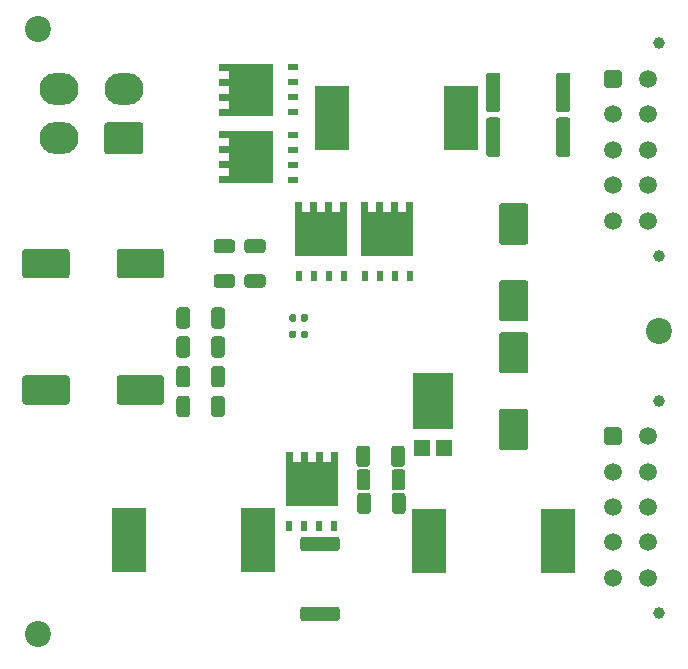
<source format=gbr>
%TF.GenerationSoftware,KiCad,Pcbnew,(5.1.8)-1*%
%TF.CreationDate,2021-10-03T21:30:47+08:00*%
%TF.ProjectId,-18v~18v Dual-Power,2d313876-7e31-4387-9620-4475616c2d50,rev?*%
%TF.SameCoordinates,Original*%
%TF.FileFunction,Soldermask,Bot*%
%TF.FilePolarity,Negative*%
%FSLAX46Y46*%
G04 Gerber Fmt 4.6, Leading zero omitted, Abs format (unit mm)*
G04 Created by KiCad (PCBNEW (5.1.8)-1) date 2021-10-03 21:30:47*
%MOMM*%
%LPD*%
G01*
G04 APERTURE LIST*
%ADD10R,3.360000X4.860000*%
%ADD11R,1.390000X1.400000*%
%ADD12C,0.100000*%
%ADD13R,0.500000X0.850000*%
%ADD14R,0.850000X0.500000*%
%ADD15C,2.200000*%
%ADD16O,3.300000X2.700000*%
%ADD17C,1.500000*%
%ADD18C,1.000000*%
%ADD19R,2.900000X5.400000*%
G04 APERTURE END LIST*
D10*
%TO.C,D3*%
X148300000Y-93174000D03*
D11*
X147380000Y-97156000D03*
X149220000Y-97156000D03*
%TD*%
%TO.C,R17*%
G36*
G01*
X153980000Y-65574999D02*
X153980000Y-68425001D01*
G75*
G02*
X153730001Y-68675000I-249999J0D01*
G01*
X153004999Y-68675000D01*
G75*
G02*
X152755000Y-68425001I0J249999D01*
G01*
X152755000Y-65574999D01*
G75*
G02*
X153004999Y-65325000I249999J0D01*
G01*
X153730001Y-65325000D01*
G75*
G02*
X153980000Y-65574999I0J-249999D01*
G01*
G37*
G36*
G01*
X159905000Y-65574999D02*
X159905000Y-68425001D01*
G75*
G02*
X159655001Y-68675000I-249999J0D01*
G01*
X158929999Y-68675000D01*
G75*
G02*
X158680000Y-68425001I0J249999D01*
G01*
X158680000Y-65574999D01*
G75*
G02*
X158929999Y-65325000I249999J0D01*
G01*
X159655001Y-65325000D01*
G75*
G02*
X159905000Y-65574999I0J-249999D01*
G01*
G37*
%TD*%
D12*
%TO.C,Q5*%
G36*
X142795000Y-76315000D02*
G01*
X142795000Y-77115000D01*
X143465000Y-77115000D01*
X143465000Y-76315000D01*
X144065000Y-76315000D01*
X144065000Y-77115000D01*
X144735000Y-77115000D01*
X144735000Y-76315000D01*
X145335000Y-76315000D01*
X145335000Y-77115000D01*
X146005000Y-77115000D01*
X146005000Y-76315000D01*
X146605000Y-76315000D01*
X146605000Y-80865000D01*
X142195000Y-80865000D01*
X142195000Y-76315000D01*
X142795000Y-76315000D01*
G37*
D13*
X142495000Y-82540000D03*
X143765000Y-82540000D03*
X145035000Y-82540000D03*
X146305000Y-82540000D03*
%TD*%
D12*
%TO.C,Q4*%
G36*
X130175000Y-68405000D02*
G01*
X130975000Y-68405000D01*
X130975000Y-67735000D01*
X130175000Y-67735000D01*
X130175000Y-67135000D01*
X130975000Y-67135000D01*
X130975000Y-66465000D01*
X130175000Y-66465000D01*
X130175000Y-65865000D01*
X130975000Y-65865000D01*
X130975000Y-65195000D01*
X130175000Y-65195000D01*
X130175000Y-64595000D01*
X134725000Y-64595000D01*
X134725000Y-69005000D01*
X130175000Y-69005000D01*
X130175000Y-68405000D01*
G37*
D14*
X136400000Y-68705000D03*
X136400000Y-67435000D03*
X136400000Y-66165000D03*
X136400000Y-64895000D03*
%TD*%
%TO.C,Cx1*%
G36*
G01*
X127700000Y-85449999D02*
X127700000Y-86750001D01*
G75*
G02*
X127450001Y-87000000I-249999J0D01*
G01*
X126799999Y-87000000D01*
G75*
G02*
X126550000Y-86750001I0J249999D01*
G01*
X126550000Y-85449999D01*
G75*
G02*
X126799999Y-85200000I249999J0D01*
G01*
X127450001Y-85200000D01*
G75*
G02*
X127700000Y-85449999I0J-249999D01*
G01*
G37*
G36*
G01*
X130650000Y-85449999D02*
X130650000Y-86750001D01*
G75*
G02*
X130400001Y-87000000I-249999J0D01*
G01*
X129749999Y-87000000D01*
G75*
G02*
X129500000Y-86750001I0J249999D01*
G01*
X129500000Y-85449999D01*
G75*
G02*
X129749999Y-85200000I249999J0D01*
G01*
X130400001Y-85200000D01*
G75*
G02*
X130650000Y-85449999I0J-249999D01*
G01*
G37*
%TD*%
%TO.C,C24*%
G36*
G01*
X129949999Y-82400000D02*
X131250001Y-82400000D01*
G75*
G02*
X131500000Y-82649999I0J-249999D01*
G01*
X131500000Y-83300001D01*
G75*
G02*
X131250001Y-83550000I-249999J0D01*
G01*
X129949999Y-83550000D01*
G75*
G02*
X129700000Y-83300001I0J249999D01*
G01*
X129700000Y-82649999D01*
G75*
G02*
X129949999Y-82400000I249999J0D01*
G01*
G37*
G36*
G01*
X129949999Y-79450000D02*
X131250001Y-79450000D01*
G75*
G02*
X131500000Y-79699999I0J-249999D01*
G01*
X131500000Y-80350001D01*
G75*
G02*
X131250001Y-80600000I-249999J0D01*
G01*
X129949999Y-80600000D01*
G75*
G02*
X129700000Y-80350001I0J249999D01*
G01*
X129700000Y-79699999D01*
G75*
G02*
X129949999Y-79450000I249999J0D01*
G01*
G37*
%TD*%
%TO.C,C22*%
G36*
G01*
X132549999Y-82400000D02*
X133850001Y-82400000D01*
G75*
G02*
X134100000Y-82649999I0J-249999D01*
G01*
X134100000Y-83300001D01*
G75*
G02*
X133850001Y-83550000I-249999J0D01*
G01*
X132549999Y-83550000D01*
G75*
G02*
X132300000Y-83300001I0J249999D01*
G01*
X132300000Y-82649999D01*
G75*
G02*
X132549999Y-82400000I249999J0D01*
G01*
G37*
G36*
G01*
X132549999Y-79450000D02*
X133850001Y-79450000D01*
G75*
G02*
X134100000Y-79699999I0J-249999D01*
G01*
X134100000Y-80350001D01*
G75*
G02*
X133850001Y-80600000I-249999J0D01*
G01*
X132549999Y-80600000D01*
G75*
G02*
X132300000Y-80350001I0J249999D01*
G01*
X132300000Y-79699999D01*
G75*
G02*
X132549999Y-79450000I249999J0D01*
G01*
G37*
%TD*%
%TO.C,C20*%
G36*
G01*
X142965000Y-99149999D02*
X142965000Y-100450001D01*
G75*
G02*
X142715001Y-100700000I-249999J0D01*
G01*
X142064999Y-100700000D01*
G75*
G02*
X141815000Y-100450001I0J249999D01*
G01*
X141815000Y-99149999D01*
G75*
G02*
X142064999Y-98900000I249999J0D01*
G01*
X142715001Y-98900000D01*
G75*
G02*
X142965000Y-99149999I0J-249999D01*
G01*
G37*
G36*
G01*
X145915000Y-99149999D02*
X145915000Y-100450001D01*
G75*
G02*
X145665001Y-100700000I-249999J0D01*
G01*
X145014999Y-100700000D01*
G75*
G02*
X144765000Y-100450001I0J249999D01*
G01*
X144765000Y-99149999D01*
G75*
G02*
X145014999Y-98900000I249999J0D01*
G01*
X145665001Y-98900000D01*
G75*
G02*
X145915000Y-99149999I0J-249999D01*
G01*
G37*
%TD*%
%TO.C,C19*%
G36*
G01*
X143000000Y-101149999D02*
X143000000Y-102450001D01*
G75*
G02*
X142750001Y-102700000I-249999J0D01*
G01*
X142099999Y-102700000D01*
G75*
G02*
X141850000Y-102450001I0J249999D01*
G01*
X141850000Y-101149999D01*
G75*
G02*
X142099999Y-100900000I249999J0D01*
G01*
X142750001Y-100900000D01*
G75*
G02*
X143000000Y-101149999I0J-249999D01*
G01*
G37*
G36*
G01*
X145950000Y-101149999D02*
X145950000Y-102450001D01*
G75*
G02*
X145700001Y-102700000I-249999J0D01*
G01*
X145049999Y-102700000D01*
G75*
G02*
X144800000Y-102450001I0J249999D01*
G01*
X144800000Y-101149999D01*
G75*
G02*
X145049999Y-100900000I249999J0D01*
G01*
X145700001Y-100900000D01*
G75*
G02*
X145950000Y-101149999I0J-249999D01*
G01*
G37*
%TD*%
%TO.C,C18*%
G36*
G01*
X142940000Y-97169999D02*
X142940000Y-98470001D01*
G75*
G02*
X142690001Y-98720000I-249999J0D01*
G01*
X142039999Y-98720000D01*
G75*
G02*
X141790000Y-98470001I0J249999D01*
G01*
X141790000Y-97169999D01*
G75*
G02*
X142039999Y-96920000I249999J0D01*
G01*
X142690001Y-96920000D01*
G75*
G02*
X142940000Y-97169999I0J-249999D01*
G01*
G37*
G36*
G01*
X145890000Y-97169999D02*
X145890000Y-98470001D01*
G75*
G02*
X145640001Y-98720000I-249999J0D01*
G01*
X144989999Y-98720000D01*
G75*
G02*
X144740000Y-98470001I0J249999D01*
G01*
X144740000Y-97169999D01*
G75*
G02*
X144989999Y-96920000I249999J0D01*
G01*
X145640001Y-96920000D01*
G75*
G02*
X145890000Y-97169999I0J-249999D01*
G01*
G37*
%TD*%
%TO.C,C4*%
G36*
G01*
X129500000Y-89205557D02*
X129500000Y-87905555D01*
G75*
G02*
X129749999Y-87655556I249999J0D01*
G01*
X130400001Y-87655556D01*
G75*
G02*
X130650000Y-87905555I0J-249999D01*
G01*
X130650000Y-89205557D01*
G75*
G02*
X130400001Y-89455556I-249999J0D01*
G01*
X129749999Y-89455556D01*
G75*
G02*
X129500000Y-89205557I0J249999D01*
G01*
G37*
G36*
G01*
X126550000Y-89205557D02*
X126550000Y-87905555D01*
G75*
G02*
X126799999Y-87655556I249999J0D01*
G01*
X127450001Y-87655556D01*
G75*
G02*
X127700000Y-87905555I0J-249999D01*
G01*
X127700000Y-89205557D01*
G75*
G02*
X127450001Y-89455556I-249999J0D01*
G01*
X126799999Y-89455556D01*
G75*
G02*
X126550000Y-89205557I0J249999D01*
G01*
G37*
%TD*%
%TO.C,C3*%
G36*
G01*
X129500000Y-91727779D02*
X129500000Y-90427777D01*
G75*
G02*
X129749999Y-90177778I249999J0D01*
G01*
X130400001Y-90177778D01*
G75*
G02*
X130650000Y-90427777I0J-249999D01*
G01*
X130650000Y-91727779D01*
G75*
G02*
X130400001Y-91977778I-249999J0D01*
G01*
X129749999Y-91977778D01*
G75*
G02*
X129500000Y-91727779I0J249999D01*
G01*
G37*
G36*
G01*
X126550000Y-91727779D02*
X126550000Y-90427777D01*
G75*
G02*
X126799999Y-90177778I249999J0D01*
G01*
X127450001Y-90177778D01*
G75*
G02*
X127700000Y-90427777I0J-249999D01*
G01*
X127700000Y-91727779D01*
G75*
G02*
X127450001Y-91977778I-249999J0D01*
G01*
X126799999Y-91977778D01*
G75*
G02*
X126550000Y-91727779I0J249999D01*
G01*
G37*
%TD*%
%TO.C,C2*%
G36*
G01*
X129500000Y-94250001D02*
X129500000Y-92949999D01*
G75*
G02*
X129749999Y-92700000I249999J0D01*
G01*
X130400001Y-92700000D01*
G75*
G02*
X130650000Y-92949999I0J-249999D01*
G01*
X130650000Y-94250001D01*
G75*
G02*
X130400001Y-94500000I-249999J0D01*
G01*
X129749999Y-94500000D01*
G75*
G02*
X129500000Y-94250001I0J249999D01*
G01*
G37*
G36*
G01*
X126550000Y-94250001D02*
X126550000Y-92949999D01*
G75*
G02*
X126799999Y-92700000I249999J0D01*
G01*
X127450001Y-92700000D01*
G75*
G02*
X127700000Y-92949999I0J-249999D01*
G01*
X127700000Y-94250001D01*
G75*
G02*
X127450001Y-94500000I-249999J0D01*
G01*
X126799999Y-94500000D01*
G75*
G02*
X126550000Y-94250001I0J249999D01*
G01*
G37*
%TD*%
D15*
%TO.C,H3*%
X167400000Y-87200000D03*
%TD*%
%TO.C,H2*%
X114800000Y-61600000D03*
%TD*%
%TO.C,H1*%
X114800000Y-112900000D03*
%TD*%
D16*
%TO.C,J3*%
X116600000Y-66700000D03*
X116600000Y-70900000D03*
X122100000Y-66700000D03*
G36*
G01*
X123499999Y-72250000D02*
X120700001Y-72250000D01*
G75*
G02*
X120450000Y-71999999I0J250001D01*
G01*
X120450000Y-69800001D01*
G75*
G02*
X120700001Y-69550000I250001J0D01*
G01*
X123499999Y-69550000D01*
G75*
G02*
X123750000Y-69800001I0J-250001D01*
G01*
X123750000Y-71999999D01*
G75*
G02*
X123499999Y-72250000I-250001J0D01*
G01*
G37*
%TD*%
D17*
%TO.C,J2*%
X166500000Y-108110000D03*
X166500000Y-105110000D03*
X166500000Y-102110000D03*
X166500000Y-99110000D03*
X166500000Y-96110000D03*
X163500000Y-108110000D03*
X163500000Y-105110000D03*
X163500000Y-102110000D03*
X163500000Y-99110000D03*
G36*
G01*
X163000000Y-95360000D02*
X164000000Y-95360000D01*
G75*
G02*
X164250000Y-95610000I0J-250000D01*
G01*
X164250000Y-96610000D01*
G75*
G02*
X164000000Y-96860000I-250000J0D01*
G01*
X163000000Y-96860000D01*
G75*
G02*
X162750000Y-96610000I0J250000D01*
G01*
X162750000Y-95610000D01*
G75*
G02*
X163000000Y-95360000I250000J0D01*
G01*
G37*
D18*
X167440000Y-111110000D03*
X167440000Y-93110000D03*
%TD*%
D17*
%TO.C,J1*%
X166500000Y-77860000D03*
X166500000Y-74860000D03*
X166500000Y-71860000D03*
X166500000Y-68860000D03*
X166500000Y-65860000D03*
X163500000Y-77860000D03*
X163500000Y-74860000D03*
X163500000Y-71860000D03*
X163500000Y-68860000D03*
G36*
G01*
X163000000Y-65110000D02*
X164000000Y-65110000D01*
G75*
G02*
X164250000Y-65360000I0J-250000D01*
G01*
X164250000Y-66360000D01*
G75*
G02*
X164000000Y-66610000I-250000J0D01*
G01*
X163000000Y-66610000D01*
G75*
G02*
X162750000Y-66360000I0J250000D01*
G01*
X162750000Y-65360000D01*
G75*
G02*
X163000000Y-65110000I250000J0D01*
G01*
G37*
D18*
X167440000Y-80860000D03*
X167440000Y-62860000D03*
%TD*%
%TO.C,C32*%
G36*
G01*
X117500000Y-80500000D02*
X117500000Y-82500000D01*
G75*
G02*
X117250000Y-82750000I-250000J0D01*
G01*
X113750000Y-82750000D01*
G75*
G02*
X113500000Y-82500000I0J250000D01*
G01*
X113500000Y-80500000D01*
G75*
G02*
X113750000Y-80250000I250000J0D01*
G01*
X117250000Y-80250000D01*
G75*
G02*
X117500000Y-80500000I0J-250000D01*
G01*
G37*
G36*
G01*
X125500000Y-80500000D02*
X125500000Y-82500000D01*
G75*
G02*
X125250000Y-82750000I-250000J0D01*
G01*
X121750000Y-82750000D01*
G75*
G02*
X121500000Y-82500000I0J250000D01*
G01*
X121500000Y-80500000D01*
G75*
G02*
X121750000Y-80250000I250000J0D01*
G01*
X125250000Y-80250000D01*
G75*
G02*
X125500000Y-80500000I0J-250000D01*
G01*
G37*
%TD*%
D19*
%TO.C,L1*%
X147950000Y-105000000D03*
X158850000Y-105000000D03*
%TD*%
%TO.C,R14*%
G36*
G01*
X153980000Y-69374999D02*
X153980000Y-72225001D01*
G75*
G02*
X153730001Y-72475000I-249999J0D01*
G01*
X153004999Y-72475000D01*
G75*
G02*
X152755000Y-72225001I0J249999D01*
G01*
X152755000Y-69374999D01*
G75*
G02*
X153004999Y-69125000I249999J0D01*
G01*
X153730001Y-69125000D01*
G75*
G02*
X153980000Y-69374999I0J-249999D01*
G01*
G37*
G36*
G01*
X159905000Y-69374999D02*
X159905000Y-72225001D01*
G75*
G02*
X159655001Y-72475000I-249999J0D01*
G01*
X158929999Y-72475000D01*
G75*
G02*
X158680000Y-72225001I0J249999D01*
G01*
X158680000Y-69374999D01*
G75*
G02*
X158929999Y-69125000I249999J0D01*
G01*
X159655001Y-69125000D01*
G75*
G02*
X159905000Y-69374999I0J-249999D01*
G01*
G37*
%TD*%
%TO.C,R12*%
G36*
G01*
X137274999Y-110550000D02*
X140125001Y-110550000D01*
G75*
G02*
X140375000Y-110799999I0J-249999D01*
G01*
X140375000Y-111525001D01*
G75*
G02*
X140125001Y-111775000I-249999J0D01*
G01*
X137274999Y-111775000D01*
G75*
G02*
X137025000Y-111525001I0J249999D01*
G01*
X137025000Y-110799999D01*
G75*
G02*
X137274999Y-110550000I249999J0D01*
G01*
G37*
G36*
G01*
X137274999Y-104625000D02*
X140125001Y-104625000D01*
G75*
G02*
X140375000Y-104874999I0J-249999D01*
G01*
X140375000Y-105600001D01*
G75*
G02*
X140125001Y-105850000I-249999J0D01*
G01*
X137274999Y-105850000D01*
G75*
G02*
X137025000Y-105600001I0J249999D01*
G01*
X137025000Y-104874999D01*
G75*
G02*
X137274999Y-104625000I249999J0D01*
G01*
G37*
%TD*%
D12*
%TO.C,Q1*%
G36*
X136395000Y-97475000D02*
G01*
X136395000Y-98275000D01*
X137065000Y-98275000D01*
X137065000Y-97475000D01*
X137665000Y-97475000D01*
X137665000Y-98275000D01*
X138335000Y-98275000D01*
X138335000Y-97475000D01*
X138935000Y-97475000D01*
X138935000Y-98275000D01*
X139605000Y-98275000D01*
X139605000Y-97475000D01*
X140205000Y-97475000D01*
X140205000Y-102025000D01*
X135795000Y-102025000D01*
X135795000Y-97475000D01*
X136395000Y-97475000D01*
G37*
D13*
X136095000Y-103700000D03*
X137365000Y-103700000D03*
X138635000Y-103700000D03*
X139905000Y-103700000D03*
%TD*%
D19*
%TO.C,L3*%
X150650000Y-69200000D03*
X139750000Y-69200000D03*
%TD*%
%TO.C,L2*%
X133450000Y-104900000D03*
X122550000Y-104900000D03*
%TD*%
%TO.C,C29*%
G36*
G01*
X154100000Y-82900000D02*
X156100000Y-82900000D01*
G75*
G02*
X156350000Y-83150000I0J-250000D01*
G01*
X156350000Y-86150000D01*
G75*
G02*
X156100000Y-86400000I-250000J0D01*
G01*
X154100000Y-86400000D01*
G75*
G02*
X153850000Y-86150000I0J250000D01*
G01*
X153850000Y-83150000D01*
G75*
G02*
X154100000Y-82900000I250000J0D01*
G01*
G37*
G36*
G01*
X154100000Y-76400000D02*
X156100000Y-76400000D01*
G75*
G02*
X156350000Y-76650000I0J-250000D01*
G01*
X156350000Y-79650000D01*
G75*
G02*
X156100000Y-79900000I-250000J0D01*
G01*
X154100000Y-79900000D01*
G75*
G02*
X153850000Y-79650000I0J250000D01*
G01*
X153850000Y-76650000D01*
G75*
G02*
X154100000Y-76400000I250000J0D01*
G01*
G37*
%TD*%
D12*
%TO.C,Q3*%
G36*
X130175000Y-74105000D02*
G01*
X130975000Y-74105000D01*
X130975000Y-73435000D01*
X130175000Y-73435000D01*
X130175000Y-72835000D01*
X130975000Y-72835000D01*
X130975000Y-72165000D01*
X130175000Y-72165000D01*
X130175000Y-71565000D01*
X130975000Y-71565000D01*
X130975000Y-70895000D01*
X130175000Y-70895000D01*
X130175000Y-70295000D01*
X134725000Y-70295000D01*
X134725000Y-74705000D01*
X130175000Y-74705000D01*
X130175000Y-74105000D01*
G37*
D14*
X136400000Y-74405000D03*
X136400000Y-73135000D03*
X136400000Y-71865000D03*
X136400000Y-70595000D03*
%TD*%
D12*
%TO.C,Q2*%
G36*
X137195000Y-76315000D02*
G01*
X137195000Y-77115000D01*
X137865000Y-77115000D01*
X137865000Y-76315000D01*
X138465000Y-76315000D01*
X138465000Y-77115000D01*
X139135000Y-77115000D01*
X139135000Y-76315000D01*
X139735000Y-76315000D01*
X139735000Y-77115000D01*
X140405000Y-77115000D01*
X140405000Y-76315000D01*
X141005000Y-76315000D01*
X141005000Y-80865000D01*
X136595000Y-80865000D01*
X136595000Y-76315000D01*
X137195000Y-76315000D01*
G37*
D13*
X136895000Y-82540000D03*
X138165000Y-82540000D03*
X139435000Y-82540000D03*
X140705000Y-82540000D03*
%TD*%
%TO.C,D2*%
G36*
G01*
X137090000Y-87672500D02*
X137090000Y-87327500D01*
G75*
G02*
X137237500Y-87180000I147500J0D01*
G01*
X137532500Y-87180000D01*
G75*
G02*
X137680000Y-87327500I0J-147500D01*
G01*
X137680000Y-87672500D01*
G75*
G02*
X137532500Y-87820000I-147500J0D01*
G01*
X137237500Y-87820000D01*
G75*
G02*
X137090000Y-87672500I0J147500D01*
G01*
G37*
G36*
G01*
X136120000Y-87672500D02*
X136120000Y-87327500D01*
G75*
G02*
X136267500Y-87180000I147500J0D01*
G01*
X136562500Y-87180000D01*
G75*
G02*
X136710000Y-87327500I0J-147500D01*
G01*
X136710000Y-87672500D01*
G75*
G02*
X136562500Y-87820000I-147500J0D01*
G01*
X136267500Y-87820000D01*
G75*
G02*
X136120000Y-87672500I0J147500D01*
G01*
G37*
%TD*%
%TO.C,D1*%
G36*
G01*
X137090000Y-86272500D02*
X137090000Y-85927500D01*
G75*
G02*
X137237500Y-85780000I147500J0D01*
G01*
X137532500Y-85780000D01*
G75*
G02*
X137680000Y-85927500I0J-147500D01*
G01*
X137680000Y-86272500D01*
G75*
G02*
X137532500Y-86420000I-147500J0D01*
G01*
X137237500Y-86420000D01*
G75*
G02*
X137090000Y-86272500I0J147500D01*
G01*
G37*
G36*
G01*
X136120000Y-86272500D02*
X136120000Y-85927500D01*
G75*
G02*
X136267500Y-85780000I147500J0D01*
G01*
X136562500Y-85780000D01*
G75*
G02*
X136710000Y-85927500I0J-147500D01*
G01*
X136710000Y-86272500D01*
G75*
G02*
X136562500Y-86420000I-147500J0D01*
G01*
X136267500Y-86420000D01*
G75*
G02*
X136120000Y-86272500I0J147500D01*
G01*
G37*
%TD*%
%TO.C,C16*%
G36*
G01*
X154100000Y-93800000D02*
X156100000Y-93800000D01*
G75*
G02*
X156350000Y-94050000I0J-250000D01*
G01*
X156350000Y-97050000D01*
G75*
G02*
X156100000Y-97300000I-250000J0D01*
G01*
X154100000Y-97300000D01*
G75*
G02*
X153850000Y-97050000I0J250000D01*
G01*
X153850000Y-94050000D01*
G75*
G02*
X154100000Y-93800000I250000J0D01*
G01*
G37*
G36*
G01*
X154100000Y-87300000D02*
X156100000Y-87300000D01*
G75*
G02*
X156350000Y-87550000I0J-250000D01*
G01*
X156350000Y-90550000D01*
G75*
G02*
X156100000Y-90800000I-250000J0D01*
G01*
X154100000Y-90800000D01*
G75*
G02*
X153850000Y-90550000I0J250000D01*
G01*
X153850000Y-87550000D01*
G75*
G02*
X154100000Y-87300000I250000J0D01*
G01*
G37*
%TD*%
%TO.C,C1*%
G36*
G01*
X117500000Y-91200000D02*
X117500000Y-93200000D01*
G75*
G02*
X117250000Y-93450000I-250000J0D01*
G01*
X113750000Y-93450000D01*
G75*
G02*
X113500000Y-93200000I0J250000D01*
G01*
X113500000Y-91200000D01*
G75*
G02*
X113750000Y-90950000I250000J0D01*
G01*
X117250000Y-90950000D01*
G75*
G02*
X117500000Y-91200000I0J-250000D01*
G01*
G37*
G36*
G01*
X125500000Y-91200000D02*
X125500000Y-93200000D01*
G75*
G02*
X125250000Y-93450000I-250000J0D01*
G01*
X121750000Y-93450000D01*
G75*
G02*
X121500000Y-93200000I0J250000D01*
G01*
X121500000Y-91200000D01*
G75*
G02*
X121750000Y-90950000I250000J0D01*
G01*
X125250000Y-90950000D01*
G75*
G02*
X125500000Y-91200000I0J-250000D01*
G01*
G37*
%TD*%
M02*

</source>
